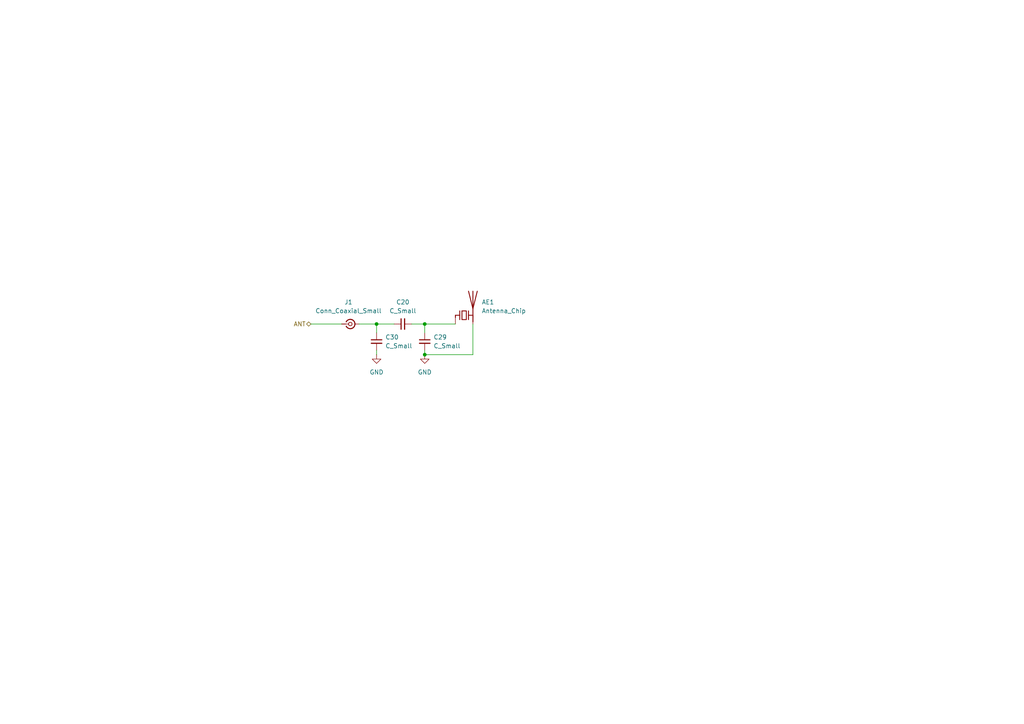
<source format=kicad_sch>
(kicad_sch (version 20250114) (generator "eeschema") (generator_version "9.0")
  (paper "A4")
  (lib_symbols
    (symbol "Connector:Conn_Coaxial_Small" (pin_numbers (hide yes)) (pin_names (offset 1.016) (hide yes))
      (property "Reference" "J" (at 0.254 3.048 0))
      (property "Value" "Conn_Coaxial_Small" (at 0 -3.81 0))
      (symbol "Conn_Coaxial_Small_0_1"
        (polyline (pts (xy -2.54 0) (xy -0.508 0)))
        (circle (center 0 0) (radius 0.508) (stroke (width 0.2032)))
      )
      (symbol "Conn_Coaxial_Small_1_1"
        (arc (start 1.3484 0.0039) (mid 0.327 -1.308) (end -1.1916 -0.6311) (stroke (width 0.3048)))
        (arc (start -1.1916 0.6311) (mid 0.327 1.3081) (end 1.3484 -0.0039) (stroke (width 0.3048)))
        (pin passive line (at -2.54 0 0) (length 1.27) (name "In") (number "1"))
        (pin passive line (at 2.54 0 180) (length 1.27) (name "Ext") (number "2"))
      )
    )
    (symbol "Device:Antenna_Chip" (pin_numbers (hide yes)) (pin_names (offset 1.016) (hide yes))
      (property "Reference" "AE" (at 0 5.08 0))
      (property "Value" "Antenna_Chip" (at 0 3.175 0))
      (symbol "Antenna_Chip_0_1"
        (polyline (pts (xy -2.54 0) (xy -2.54 -0.635)) (stroke (width 0.254)))
        (polyline (pts (xy -2.54 0) (xy -1.27 0)) (stroke (width 0.254)))
        (polyline (pts (xy -1.27 1.27) (xy -1.27 -1.27) (xy -1.27 0)) (stroke (width 0.254)))
        (polyline (pts (xy -0.635 1.27) (xy 0.635 1.27) (xy 0.635 -1.27) (xy -0.635 -1.27) (xy -0.635 1.27)) (stroke (width 0.254)))
        (polyline (pts (xy 1.27 1.27) (xy 1.27 -1.27)) (stroke (width 0.254)))
        (polyline (pts (xy 1.27 0) (xy 2.54 0)) (stroke (width 0.254)))
        (polyline (pts (xy 2.54 6.985) (xy 2.54 -1.905)) (stroke (width 0.254)))
        (polyline (pts (xy 2.54 -0.635) (xy 2.54 0)))
        (polyline (pts (xy 3.81 6.985) (xy 2.54 1.905) (xy 1.27 6.985)) (stroke (width 0.254)))
      )
      (symbol "Antenna_Chip_1_1"
        (pin input line (at -2.54 -2.54 90) (length 2.54) (name "FEED") (number "1"))
        (pin passive line (at 2.54 -2.54 90) (length 2.54) (name "PCB_Trace") (number "2"))
      )
    )
    (symbol "Device:C_Small" (pin_numbers (hide yes)) (pin_names (offset 0.254) (hide yes))
      (property "Reference" "C" (at 0.254 1.778 0))
      (property "Value" "C_Small" (at 0.254 -2.032 0))
      (symbol "C_Small_0_1"
        (polyline (pts (xy -1.524 0.508) (xy 1.524 0.508)) (stroke (width 0.3048)))
        (polyline (pts (xy -1.524 -0.508) (xy 1.524 -0.508)) (stroke (width 0.3302)))
      )
      (symbol "C_Small_1_1"
        (pin passive line (at 0 2.54 270) (length 2.032) (name "~") (number "1"))
        (pin passive line (at 0 -2.54 90) (length 2.032) (name "~") (number "2"))
      )
    )
    (symbol "power:GND" (power) (pin_numbers (hide yes)) (pin_names (offset 0) (hide yes))
      (property "Value" "GND" (at 0 -3.81 0))
      (symbol "GND_0_1"
        (polyline (pts (xy 0 0) (xy 0 -1.27) (xy 1.27 -1.27) (xy 0 -2.54) (xy -1.27 -1.27) (xy 0 -1.27)))
      )
      (symbol "GND_1_1"
        (pin power_in line (at 0 0 270) (length 0) (name "~") (number "1"))
      )
    )
  )
  (junction (at 123.19 93.98))
  (junction (at 109.22 93.98))
  (junction (at 123.19 102.87))
  (wire (pts (xy 109.22 101.6) (xy 109.22 102.87)))
  (wire (pts (xy 123.19 101.6) (xy 123.19 102.87)))
  (wire (pts (xy 109.22 93.98) (xy 114.3 93.98)))
  (wire (pts (xy 90.17 93.98) (xy 99.06 93.98)))
  (wire (pts (xy 137.16 102.87) (xy 123.19 102.87)))
  (wire (pts (xy 123.19 93.98) (xy 123.19 96.52)))
  (wire (pts (xy 119.38 93.98) (xy 123.19 93.98)))
  (wire (pts (xy 137.16 93.98) (xy 137.16 102.87)))
  (wire (pts (xy 109.22 93.98) (xy 109.22 96.52)))
  (wire (pts (xy 123.19 93.98) (xy 132.08 93.98)))
  (wire (pts (xy 104.14 93.98) (xy 109.22 93.98)))
  (hierarchical_label "ANT" (shape bidirectional) (at 90.17 93.98 180))
  (symbol (lib_id "Device:Antenna_Chip") (at 134.62 91.44 0) (unit 1)
    (property "Reference" "AE1" (at 139.7 87.6299 0) (effects (justify left)))
    (property "Value" "Antenna_Chip" (at 139.7 90.1699 0) (effects (justify left)))
    (property "Description" "Ceramic chip antenna with pin for PCB trace" (effects (hide yes)))
  )
  (symbol (lib_id "Device:C_Small") (at 123.19 99.06 0) (unit 1)
    (property "Reference" "C29" (at 125.73 97.7962 0) (effects (justify left)))
    (property "Value" "C_Small" (at 125.73 100.3362 0) (effects (justify left)))
    (property "Footprint" "Capacitor_SMD:C_0603_1608Metric_Pad1.08x0.95mm_HandSolder" (effects (hide yes)))
    (property "Description" "Unpolarized capacitor, small symbol" (effects (hide yes)))
  )
  (symbol (lib_id "power:GND") (at 123.19 102.87 0) (unit 1)
    (property "Reference" "#PWR024" (effects (hide yes)))
    (property "Value" "GND" (at 123.19 107.95 0))
    (property "Description" "Power symbol creates a global label with name \"GND\" , ground" (effects (hide yes)))
  )
  (symbol (lib_id "Device:C_Small") (at 109.22 99.06 0) (unit 1)
    (property "Reference" "C30" (at 111.76 97.7962 0) (effects (justify left)))
    (property "Value" "C_Small" (at 111.76 100.3362 0) (effects (justify left)))
    (property "Footprint" "Capacitor_SMD:C_0603_1608Metric_Pad1.08x0.95mm_HandSolder" (effects (hide yes)))
    (property "Description" "Unpolarized capacitor, small symbol" (effects (hide yes)))
  )
  (symbol (lib_id "Connector:Conn_Coaxial_Small") (at 101.6 93.98 0) (unit 1)
    (property "Reference" "J1" (at 101.0804 87.63 0))
    (property "Value" "Conn_Coaxial_Small" (at 101.0804 90.17 0))
    (property "Description" "small coaxial connector (BNC, SMA, SMB, SMC, Cinch/RCA, LEMO, ...)" (effects (hide yes)))
  )
  (symbol (lib_id "Device:C_Small") (at 116.84 93.98 90) (unit 1)
    (property "Reference" "C20" (at 116.8463 87.63 90))
    (property "Value" "C_Small" (at 116.8463 90.17 90))
    (property "Footprint" "Capacitor_SMD:C_0603_1608Metric_Pad1.08x0.95mm_HandSolder" (effects (hide yes)))
    (property "Description" "Unpolarized capacitor, small symbol" (effects (hide yes)))
  )
  (symbol (lib_id "power:GND") (at 109.22 102.87 0) (unit 1)
    (property "Reference" "#PWR023" (effects (hide yes)))
    (property "Value" "GND" (at 109.22 107.95 0))
    (property "Description" "Power symbol creates a global label with name \"GND\" , ground" (effects (hide yes)))
  )
)
</source>
